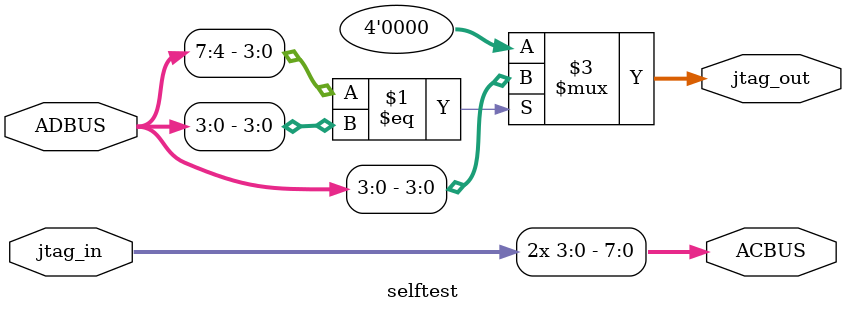
<source format=v>
`timescale 1ns / 1ps

module selftest (
jtag_out,
jtag_in,
ADBUS,
ACBUS
);
//global
input wire [7:0] ADBUS;
input wire [3:0] jtag_in;

output wire [7:0] ACBUS;
output wire [3:0] jtag_out;

//assign the connections
assign ACBUS[3:0]=jtag_in[3:0];
assign ACBUS[7:4]=jtag_in[3:0];

assign jtag_out[3:0]=(ADBUS[7:4]==ADBUS[3:0])?ADBUS[3:0]:3'b000;
 
endmodule // End of Module

/*
robot's jtagkey in VHDL, needs to be added to the self test in verilog
`define ADBUS[0] FT_JTAG_OE //need to redefine the logic
//test trigger?
entity jtagkey is
    Port ( FT_JTAG_OE : in  STD_LOGIC;
           FT_TDO : out  STD_LOGIC;
           FT_TDI : in  STD_LOGIC;
           FT_TCK : in  STD_LOGIC;
			  FT_RTCK : in  STD_LOGIC;
           FT_TMS : in  STD_LOGIC;
			  FT_DBGRQ : in STD_LOGIC;
			  FT_DBGACK : out STD_LOGIC;
           FT_nSRST_OE : in  STD_LOGIC;
           FT_nSRST_IN : out  STD_LOGIC;
           FT_nSRST_OUT : in  STD_LOGIC;
           FT_nTRST_OE : in  STD_LOGIC;
           FT_nTRST_OUT : in  STD_LOGIC;
           RTCK : out  STD_LOGIC;
           TDO : in  STD_LOGIC;
           TCK : out  STD_LOGIC;
           TDI : out  STD_LOGIC;
           TMS : out  STD_LOGIC;
           nSRST : inout  STD_LOGIC;
           nTRST : inout  STD_LOGIC;
           DBGACK : in  STD_LOGIC;
           DBGRQ : out  STD_LOGIC;
			  FT_TARGET_PRESENT : out STD_LOGIC;
			  TARGET_PRESENT : in STD_LOGIC
			  );
end jtagkey;

architecture Behavioral of jtagkey is

begin
	-- buffer controlled by FT_JTAG_OE
	TDI <= FT_TDI when FT_JTAG_OE = '0' else 'Z';
	TMS <= FT_TMS when FT_JTAG_OE = '0' else 'Z';
	TCK <= FT_TCK when FT_JTAG_OE = '0' else 'Z';
	RTCK <= FT_RTCK when FT_JTAG_OE = '0' else 'Z';
	DBGRQ <= FT_DBGRQ when FT_JTAG_OE = '0' else 'Z';

	-- srst
	FT_nSRST_IN <= nSRST;
	nSRST <= FT_nSRST_OUT when FT_nSRST_OE = '0' else 'Z';
	
	-- trst
	nTRST <= FT_nTRST_OUT when FT_nTRST_OE = '0' else 'Z';

	-- inputs
	FT_TDO <= TDO;
	FT_DBGACK <= DBGACK;
	FT_TARGET_PRESENT <= TARGET_PRESENT;

end Behavioral;
*/
</source>
